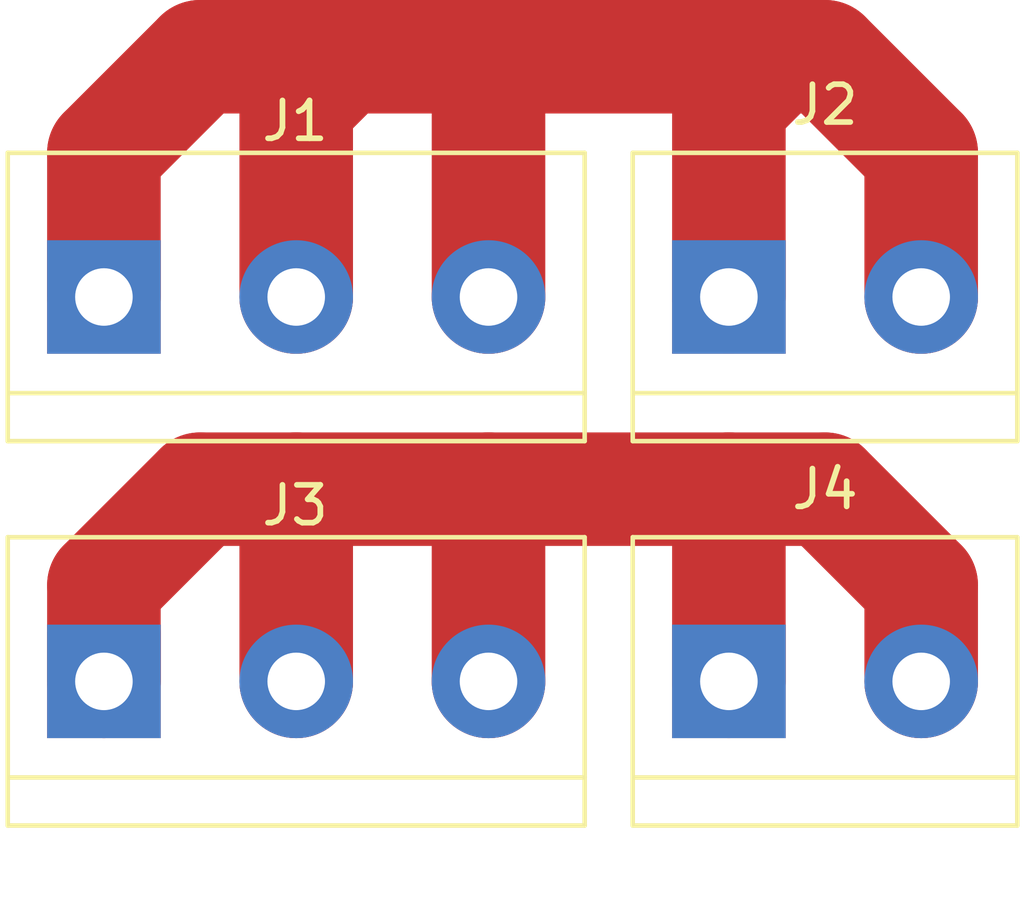
<source format=kicad_pcb>
(kicad_pcb (version 20171130) (host pcbnew "(5.1.8)-1")

  (general
    (thickness 1.6)
    (drawings 0)
    (tracks 25)
    (zones 0)
    (modules 4)
    (nets 3)
  )

  (page A4)
  (layers
    (0 F.Cu signal)
    (31 B.Cu signal)
    (32 B.Adhes user)
    (33 F.Adhes user)
    (34 B.Paste user)
    (35 F.Paste user)
    (36 B.SilkS user)
    (37 F.SilkS user)
    (38 B.Mask user)
    (39 F.Mask user)
    (40 Dwgs.User user)
    (41 Cmts.User user)
    (42 Eco1.User user)
    (43 Eco2.User user)
    (44 Edge.Cuts user)
    (45 Margin user)
    (46 B.CrtYd user)
    (47 F.CrtYd user)
    (48 B.Fab user)
    (49 F.Fab user)
  )

  (setup
    (last_trace_width 3)
    (trace_clearance 0.2)
    (zone_clearance 0.508)
    (zone_45_only no)
    (trace_min 0.2)
    (via_size 0.8)
    (via_drill 0.4)
    (via_min_size 0.4)
    (via_min_drill 0.3)
    (uvia_size 0.3)
    (uvia_drill 0.1)
    (uvias_allowed no)
    (uvia_min_size 0.2)
    (uvia_min_drill 0.1)
    (edge_width 0.05)
    (segment_width 0.2)
    (pcb_text_width 0.3)
    (pcb_text_size 1.5 1.5)
    (mod_edge_width 0.12)
    (mod_text_size 1 1)
    (mod_text_width 0.15)
    (pad_size 1.524 1.524)
    (pad_drill 0.762)
    (pad_to_mask_clearance 0)
    (aux_axis_origin 0 0)
    (visible_elements 7FFFFFFF)
    (pcbplotparams
      (layerselection 0x010fc_ffffffff)
      (usegerberextensions false)
      (usegerberattributes true)
      (usegerberadvancedattributes true)
      (creategerberjobfile true)
      (excludeedgelayer true)
      (linewidth 0.100000)
      (plotframeref false)
      (viasonmask false)
      (mode 1)
      (useauxorigin false)
      (hpglpennumber 1)
      (hpglpenspeed 20)
      (hpglpendiameter 15.000000)
      (psnegative false)
      (psa4output false)
      (plotreference true)
      (plotvalue true)
      (plotinvisibletext false)
      (padsonsilk false)
      (subtractmaskfromsilk false)
      (outputformat 1)
      (mirror false)
      (drillshape 1)
      (scaleselection 1)
      (outputdirectory ""))
  )

  (net 0 "")
  (net 1 "Net-(J1-Pad1)")
  (net 2 "Net-(J3-Pad1)")

  (net_class Default "This is the default net class."
    (clearance 0.2)
    (trace_width 3)
    (via_dia 0.8)
    (via_drill 0.4)
    (uvia_dia 0.3)
    (uvia_drill 0.1)
    (add_net "Net-(J1-Pad1)")
    (add_net "Net-(J3-Pad1)")
  )

  (module TerminalBlock:TerminalBlock_bornier-2_P5.08mm (layer F.Cu) (tedit 59FF03AB) (tstamp 6182BEA0)
    (at 63.5 149.86)
    (descr "simple 2-pin terminal block, pitch 5.08mm, revamped version of bornier2")
    (tags "terminal block bornier2")
    (path /61831D69)
    (fp_text reference J4 (at 2.54 -5.08) (layer F.SilkS)
      (effects (font (size 1 1) (thickness 0.15)))
    )
    (fp_text value Neg- (at 2.54 5.08) (layer F.Fab)
      (effects (font (size 1 1) (thickness 0.15)))
    )
    (fp_text user %R (at 2.54 0) (layer F.Fab)
      (effects (font (size 1 1) (thickness 0.15)))
    )
    (fp_line (start -2.41 2.55) (end 7.49 2.55) (layer F.Fab) (width 0.1))
    (fp_line (start -2.46 -3.75) (end -2.46 3.75) (layer F.Fab) (width 0.1))
    (fp_line (start -2.46 3.75) (end 7.54 3.75) (layer F.Fab) (width 0.1))
    (fp_line (start 7.54 3.75) (end 7.54 -3.75) (layer F.Fab) (width 0.1))
    (fp_line (start 7.54 -3.75) (end -2.46 -3.75) (layer F.Fab) (width 0.1))
    (fp_line (start 7.62 2.54) (end -2.54 2.54) (layer F.SilkS) (width 0.12))
    (fp_line (start 7.62 3.81) (end 7.62 -3.81) (layer F.SilkS) (width 0.12))
    (fp_line (start 7.62 -3.81) (end -2.54 -3.81) (layer F.SilkS) (width 0.12))
    (fp_line (start -2.54 -3.81) (end -2.54 3.81) (layer F.SilkS) (width 0.12))
    (fp_line (start -2.54 3.81) (end 7.62 3.81) (layer F.SilkS) (width 0.12))
    (fp_line (start -2.71 -4) (end 7.79 -4) (layer F.CrtYd) (width 0.05))
    (fp_line (start -2.71 -4) (end -2.71 4) (layer F.CrtYd) (width 0.05))
    (fp_line (start 7.79 4) (end 7.79 -4) (layer F.CrtYd) (width 0.05))
    (fp_line (start 7.79 4) (end -2.71 4) (layer F.CrtYd) (width 0.05))
    (pad 2 thru_hole circle (at 5.08 0) (size 3 3) (drill 1.52) (layers *.Cu *.Mask)
      (net 2 "Net-(J3-Pad1)"))
    (pad 1 thru_hole rect (at 0 0) (size 3 3) (drill 1.52) (layers *.Cu *.Mask)
      (net 2 "Net-(J3-Pad1)"))
    (model ${KISYS3DMOD}/TerminalBlock.3dshapes/TerminalBlock_bornier-2_P5.08mm.wrl
      (offset (xyz 2.539999961853027 0 0))
      (scale (xyz 1 1 1))
      (rotate (xyz 0 0 0))
    )
  )

  (module TerminalBlock:TerminalBlock_bornier-3_P5.08mm (layer F.Cu) (tedit 59FF03B9) (tstamp 6182BE7B)
    (at 46.99 149.86)
    (descr "simple 3-pin terminal block, pitch 5.08mm, revamped version of bornier3")
    (tags "terminal block bornier3")
    (path /61831D63)
    (fp_text reference J3 (at 5.05 -4.65) (layer F.SilkS)
      (effects (font (size 1 1) (thickness 0.15)))
    )
    (fp_text value Neg- (at 5.08 5.08) (layer F.Fab)
      (effects (font (size 1 1) (thickness 0.15)))
    )
    (fp_text user %R (at 5.08 0) (layer F.Fab)
      (effects (font (size 1 1) (thickness 0.15)))
    )
    (fp_line (start -2.47 2.55) (end 12.63 2.55) (layer F.Fab) (width 0.1))
    (fp_line (start -2.47 -3.75) (end 12.63 -3.75) (layer F.Fab) (width 0.1))
    (fp_line (start 12.63 -3.75) (end 12.63 3.75) (layer F.Fab) (width 0.1))
    (fp_line (start 12.63 3.75) (end -2.47 3.75) (layer F.Fab) (width 0.1))
    (fp_line (start -2.47 3.75) (end -2.47 -3.75) (layer F.Fab) (width 0.1))
    (fp_line (start -2.54 3.81) (end -2.54 -3.81) (layer F.SilkS) (width 0.12))
    (fp_line (start 12.7 3.81) (end 12.7 -3.81) (layer F.SilkS) (width 0.12))
    (fp_line (start -2.54 2.54) (end 12.7 2.54) (layer F.SilkS) (width 0.12))
    (fp_line (start -2.54 -3.81) (end 12.7 -3.81) (layer F.SilkS) (width 0.12))
    (fp_line (start -2.54 3.81) (end 12.7 3.81) (layer F.SilkS) (width 0.12))
    (fp_line (start -2.72 -4) (end 12.88 -4) (layer F.CrtYd) (width 0.05))
    (fp_line (start -2.72 -4) (end -2.72 4) (layer F.CrtYd) (width 0.05))
    (fp_line (start 12.88 4) (end 12.88 -4) (layer F.CrtYd) (width 0.05))
    (fp_line (start 12.88 4) (end -2.72 4) (layer F.CrtYd) (width 0.05))
    (pad 3 thru_hole circle (at 10.16 0) (size 3 3) (drill 1.52) (layers *.Cu *.Mask)
      (net 2 "Net-(J3-Pad1)"))
    (pad 2 thru_hole circle (at 5.08 0) (size 3 3) (drill 1.52) (layers *.Cu *.Mask)
      (net 2 "Net-(J3-Pad1)"))
    (pad 1 thru_hole rect (at 0 0) (size 3 3) (drill 1.52) (layers *.Cu *.Mask)
      (net 2 "Net-(J3-Pad1)"))
    (model ${KISYS3DMOD}/TerminalBlock.3dshapes/TerminalBlock_bornier-3_P5.08mm.wrl
      (offset (xyz 5.079999923706055 0 0))
      (scale (xyz 1 1 1))
      (rotate (xyz 0 0 0))
    )
  )

  (module TerminalBlock:TerminalBlock_bornier-2_P5.08mm (layer F.Cu) (tedit 59FF03AB) (tstamp 6182BE61)
    (at 63.5 139.7)
    (descr "simple 2-pin terminal block, pitch 5.08mm, revamped version of bornier2")
    (tags "terminal block bornier2")
    (path /6182E324)
    (fp_text reference J2 (at 2.54 -5.08) (layer F.SilkS)
      (effects (font (size 1 1) (thickness 0.15)))
    )
    (fp_text value "Vcc 24V" (at 2.54 5.08) (layer F.Fab)
      (effects (font (size 1 1) (thickness 0.15)))
    )
    (fp_text user %R (at 2.54 0) (layer F.Fab)
      (effects (font (size 1 1) (thickness 0.15)))
    )
    (fp_line (start -2.41 2.55) (end 7.49 2.55) (layer F.Fab) (width 0.1))
    (fp_line (start -2.46 -3.75) (end -2.46 3.75) (layer F.Fab) (width 0.1))
    (fp_line (start -2.46 3.75) (end 7.54 3.75) (layer F.Fab) (width 0.1))
    (fp_line (start 7.54 3.75) (end 7.54 -3.75) (layer F.Fab) (width 0.1))
    (fp_line (start 7.54 -3.75) (end -2.46 -3.75) (layer F.Fab) (width 0.1))
    (fp_line (start 7.62 2.54) (end -2.54 2.54) (layer F.SilkS) (width 0.12))
    (fp_line (start 7.62 3.81) (end 7.62 -3.81) (layer F.SilkS) (width 0.12))
    (fp_line (start 7.62 -3.81) (end -2.54 -3.81) (layer F.SilkS) (width 0.12))
    (fp_line (start -2.54 -3.81) (end -2.54 3.81) (layer F.SilkS) (width 0.12))
    (fp_line (start -2.54 3.81) (end 7.62 3.81) (layer F.SilkS) (width 0.12))
    (fp_line (start -2.71 -4) (end 7.79 -4) (layer F.CrtYd) (width 0.05))
    (fp_line (start -2.71 -4) (end -2.71 4) (layer F.CrtYd) (width 0.05))
    (fp_line (start 7.79 4) (end 7.79 -4) (layer F.CrtYd) (width 0.05))
    (fp_line (start 7.79 4) (end -2.71 4) (layer F.CrtYd) (width 0.05))
    (pad 2 thru_hole circle (at 5.08 0) (size 3 3) (drill 1.52) (layers *.Cu *.Mask)
      (net 1 "Net-(J1-Pad1)"))
    (pad 1 thru_hole rect (at 0 0) (size 3 3) (drill 1.52) (layers *.Cu *.Mask)
      (net 1 "Net-(J1-Pad1)"))
    (model ${KISYS3DMOD}/TerminalBlock.3dshapes/TerminalBlock_bornier-2_P5.08mm.wrl
      (offset (xyz 2.539999961853027 0 0))
      (scale (xyz 1 1 1))
      (rotate (xyz 0 0 0))
    )
  )

  (module TerminalBlock:TerminalBlock_bornier-3_P5.08mm (layer F.Cu) (tedit 59FF03B9) (tstamp 6182BE3C)
    (at 46.99 139.7)
    (descr "simple 3-pin terminal block, pitch 5.08mm, revamped version of bornier3")
    (tags "terminal block bornier3")
    (path /6182DA9C)
    (fp_text reference J1 (at 5.05 -4.65) (layer F.SilkS)
      (effects (font (size 1 1) (thickness 0.15)))
    )
    (fp_text value "Vcc 24V " (at 5.08 5.08) (layer F.Fab)
      (effects (font (size 1 1) (thickness 0.15)))
    )
    (fp_text user %R (at 5.08 0) (layer F.Fab)
      (effects (font (size 1 1) (thickness 0.15)))
    )
    (fp_line (start -2.47 2.55) (end 12.63 2.55) (layer F.Fab) (width 0.1))
    (fp_line (start -2.47 -3.75) (end 12.63 -3.75) (layer F.Fab) (width 0.1))
    (fp_line (start 12.63 -3.75) (end 12.63 3.75) (layer F.Fab) (width 0.1))
    (fp_line (start 12.63 3.75) (end -2.47 3.75) (layer F.Fab) (width 0.1))
    (fp_line (start -2.47 3.75) (end -2.47 -3.75) (layer F.Fab) (width 0.1))
    (fp_line (start -2.54 3.81) (end -2.54 -3.81) (layer F.SilkS) (width 0.12))
    (fp_line (start 12.7 3.81) (end 12.7 -3.81) (layer F.SilkS) (width 0.12))
    (fp_line (start -2.54 2.54) (end 12.7 2.54) (layer F.SilkS) (width 0.12))
    (fp_line (start -2.54 -3.81) (end 12.7 -3.81) (layer F.SilkS) (width 0.12))
    (fp_line (start -2.54 3.81) (end 12.7 3.81) (layer F.SilkS) (width 0.12))
    (fp_line (start -2.72 -4) (end 12.88 -4) (layer F.CrtYd) (width 0.05))
    (fp_line (start -2.72 -4) (end -2.72 4) (layer F.CrtYd) (width 0.05))
    (fp_line (start 12.88 4) (end 12.88 -4) (layer F.CrtYd) (width 0.05))
    (fp_line (start 12.88 4) (end -2.72 4) (layer F.CrtYd) (width 0.05))
    (pad 3 thru_hole circle (at 10.16 0) (size 3 3) (drill 1.52) (layers *.Cu *.Mask)
      (net 1 "Net-(J1-Pad1)"))
    (pad 2 thru_hole circle (at 5.08 0) (size 3 3) (drill 1.52) (layers *.Cu *.Mask)
      (net 1 "Net-(J1-Pad1)"))
    (pad 1 thru_hole rect (at 0 0) (size 3 3) (drill 1.52) (layers *.Cu *.Mask)
      (net 1 "Net-(J1-Pad1)"))
    (model ${KISYS3DMOD}/TerminalBlock.3dshapes/TerminalBlock_bornier-3_P5.08mm.wrl
      (offset (xyz 5.079999923706055 0 0))
      (scale (xyz 1 1 1))
      (rotate (xyz 0 0 0))
    )
  )

  (segment (start 46.99 139.7) (end 46.99 135.89) (width 3) (layer F.Cu) (net 1))
  (segment (start 46.99 135.89) (end 49.53 133.35) (width 3) (layer F.Cu) (net 1))
  (segment (start 68.58 139.7) (end 68.58 135.89) (width 3) (layer F.Cu) (net 1))
  (segment (start 68.58 135.89) (end 66.04 133.35) (width 3) (layer F.Cu) (net 1))
  (segment (start 52.07 134.62) (end 53.34 133.35) (width 3) (layer F.Cu) (net 1))
  (segment (start 52.07 139.7) (end 52.07 134.62) (width 3) (layer F.Cu) (net 1))
  (segment (start 53.34 133.35) (end 49.53 133.35) (width 3) (layer F.Cu) (net 1))
  (segment (start 57.15 139.7) (end 57.15 133.35) (width 3) (layer F.Cu) (net 1))
  (segment (start 57.15 133.35) (end 53.34 133.35) (width 3) (layer F.Cu) (net 1))
  (segment (start 63.5 134.62) (end 64.77 133.35) (width 3) (layer F.Cu) (net 1))
  (segment (start 63.5 139.7) (end 63.5 134.62) (width 3) (layer F.Cu) (net 1))
  (segment (start 64.77 133.35) (end 57.15 133.35) (width 3) (layer F.Cu) (net 1))
  (segment (start 66.04 133.35) (end 64.77 133.35) (width 3) (layer F.Cu) (net 1))
  (segment (start 46.99 149.86) (end 46.99 148.59) (width 3) (layer F.Cu) (net 2))
  (segment (start 46.99 147.32) (end 46.99 149.86) (width 3) (layer F.Cu) (net 2))
  (segment (start 49.53 144.78) (end 46.99 147.32) (width 3) (layer F.Cu) (net 2))
  (segment (start 68.58 147.32) (end 66.04 144.78) (width 3) (layer F.Cu) (net 2))
  (segment (start 68.58 149.86) (end 68.58 147.32) (width 3) (layer F.Cu) (net 2))
  (segment (start 52.07 144.78) (end 52.07 149.86) (width 3) (layer F.Cu) (net 2))
  (segment (start 52.07 144.78) (end 49.53 144.78) (width 3) (layer F.Cu) (net 2))
  (segment (start 57.15 144.78) (end 57.15 149.86) (width 3) (layer F.Cu) (net 2))
  (segment (start 57.15 144.78) (end 52.07 144.78) (width 3) (layer F.Cu) (net 2))
  (segment (start 63.5 144.78) (end 63.5 149.86) (width 3) (layer F.Cu) (net 2))
  (segment (start 66.04 144.78) (end 63.5 144.78) (width 3) (layer F.Cu) (net 2))
  (segment (start 63.5 144.78) (end 57.15 144.78) (width 3) (layer F.Cu) (net 2))

)

</source>
